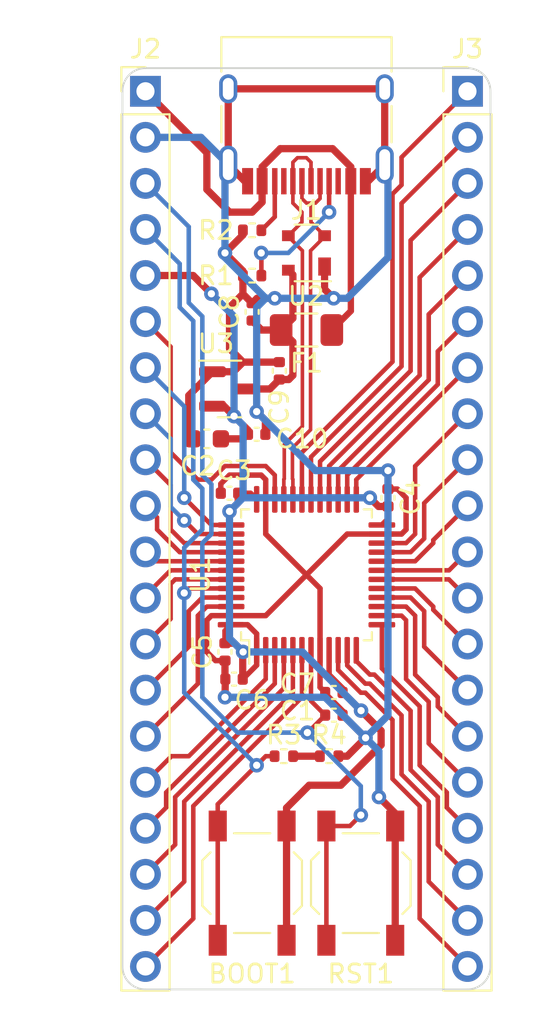
<source format=kicad_pcb>
(kicad_pcb (version 20221018) (generator pcbnew)
  (layers (0 "F.Cu" signal) (31 "B.Cu" signal) (34 "B.Paste" user) (35 "F.Paste" user) (36 "B.SilkS" user "B.Silkscreen") (37 "F.SilkS" user "F.Silkscreen") (38 "B.Mask" user) (39 "F.Mask" user) (44 "Edge.Cuts" user))
  (net 0 "")
  (net 1 "+5V")
  (net 2 "GND")
  (net 3 "+3V3")
  (net 4 "NRST")
  (net 5 "VBUS")
  (net 6 "Net-(J1-CC1)")
  (net 7 "D_P")
  (net 8 "D_N")
  (net 10 "Net-(J1-CC2)")
  (net 12 "BOOT0")
  (net 13 "/C13")
  (net 14 "/C14")
  (net 15 "/C15")
  (net 16 "/F0")
  (net 17 "/F1")
  (net 18 "/B1")
  (net 19 "/B2")
  (net 20 "/B10")
  (net 21 "/B11")
  (net 22 "/B12")
  (net 23 "/B13")
  (net 24 "/B14")
  (net 25 "/B15")
  (net 26 "/A8")
  (net 27 "/A15")
  (net 28 "/B4")
  (net 29 "/B5")
  (net 30 "/B6")
  (net 31 "/B7")
  (net 32 "/A2")
  (net 33 "/A3")
  (net 34 "/A4")
  (net 35 "/A5")
  (net 36 "/A6")
  (net 37 "/A7")
  (net 38 "/B0")
  (net 39 "/B3")
  (net 40 "/B8")
  (net 41 "/B9")
  (net 42 "/A1")
  (net 43 "/A9")
  (net 44 "/A10")
  (net 45 "/A13")
  (net 46 "/A14")
  (net 47 "Net-(R3-Pad2)")
  (net 48 "/A0")
  (net 49 "D+")
  (net 50 "D-")
  (footprint "Capacitor_SMD:C_0402_1005Metric" (layer "F.Cu") (at 140.3925 87.65 90)
    (fp_text reference "C4")
    (fp_text value "100nF")
  )
  (footprint "Package_QFP:LQFP-48_7x7mm_P0.5mm" (layer "F.Cu") (at 135.8925 91.9 90)
    (fp_text reference "U1")
    (fp_text value "STM32F072CBT6")
  )
  (footprint "Capacitor_SMD:C_0402_1005Metric" (layer "F.Cu") (at 131.6425 87.4 180)
    (fp_text reference "C3")
    (fp_text value "100nF")
  )
  (footprint "Button_Switch_SMD:SW_SPST_TL3342" (layer "F.Cu") (at 132.8925 108.9 -90)
    (fp_text reference "BOOT1")
    (fp_text value "SW_SPST")
  )
  (footprint "Package_TO_SOT_SMD:SOT-143" (layer "F.Cu") (at 135.8925 74.15 180)
    (fp_text reference "U2")
    (fp_text value "PRTR5V0U2X")
  )
  (footprint "Capacitor_SMD:C_0402_1005Metric" (layer "F.Cu") (at 131.3925 96.15 -90)
    (fp_text reference "C5")
    (fp_text value "100nF")
  )
  (footprint "Button_Switch_SMD:SW_SPST_TL3342" (layer "F.Cu") (at 138.8925 108.9 90)
    (fp_text reference "RST1")
    (fp_text value "SW_SPST")
  )
  (footprint "Connector_PinHeader_2.54mm:PinHeader_1x20_P2.54mm_Vertical" (layer "F.Cu") (at 127.0025 65.235)
    (fp_text reference "J2")
    (fp_text value "Conn_01x20")
  )
  (footprint "Package_TO_SOT_SMD:SOT-23" (layer "F.Cu") (at 131.6425 81.65)
    (fp_text reference "U3")
    (fp_text value "XC6206PxxxMR-Regulator_Linear")
  )
  (footprint "Capacitor_SMD:C_0402_1005Metric" (layer "F.Cu") (at 131.8925 97.65 180)
    (fp_text reference "C6")
    (fp_text value "100nF")
  )
  (footprint "Resistor_SMD:R_0402_1005Metric" (layer "F.Cu") (at 132.8925 75.4)
    (fp_text reference "R1")
    (fp_text value "5.1k")
  )
  (footprint "Capacitor_SMD:C_0402_1005Metric" (layer "F.Cu") (at 133.1425 84.15)
    (fp_text reference "C10")
    (fp_text value "1uF")
  )
  (footprint "Fuse:Fuse_1206_3216Metric" (layer "F.Cu") (at 135.8925 78.4 180)
    (fp_text reference "F1")
    (fp_text value "500mA")
  )
  (footprint "Capacitor_SMD:C_0402_1005Metric" (layer "F.Cu") (at 134.3925 80.65 90)
    (fp_text reference "C9")
    (fp_text value "1uF")
  )
  (footprint "Connector_PinHeader_2.54mm:PinHeader_1x20_P2.54mm_Vertical" (layer "F.Cu") (at 144.7825 65.235)
    (fp_text reference "J3")
    (fp_text value "Conn_01x20")
  )
  (footprint "Capacitor_SMD:C_0402_1005Metric" (layer "F.Cu") (at 137.405923 99.636577)
    (fp_text reference "C1")
    (fp_text value "100nF")
  )
  (footprint "Resistor_SMD:R_0402_1005Metric" (layer "F.Cu") (at 137.1425 101.9)
    (fp_text reference "R4")
    (fp_text value "5.1k")
  )
  (footprint "Capacitor_SMD:C_0402_1005Metric" (layer "F.Cu") (at 137.405923 98.386577 180)
    (fp_text reference "C7")
    (fp_text value "100nF")
  )
  (footprint "Resistor_SMD:R_0402_1005Metric" (layer "F.Cu") (at 132.8925 72.9 180)
    (fp_text reference "R2")
    (fp_text value "5.1k")
  )
  (footprint "Connector_USB:USB_C_Receptacle_HRO_TYPE-C-31-M-12" (layer "F.Cu") (at 135.8925 66.15 180)
    (fp_text reference "J1")
    (fp_text value "USB_C_Receptacle_USB2.0")
  )
  (footprint "Resistor_SMD:R_0402_1005Metric" (layer "F.Cu") (at 134.6425 101.9)
    (fp_text reference "R3")
    (fp_text value "5.1k")
  )
  (footprint "Capacitor_SMD:C_0603_1608Metric" (layer "F.Cu") (at 130.3925 84.4 180)
    (fp_text reference "C2")
    (fp_text value "10uF")
  )
  (footprint "Capacitor_SMD:C_0402_1005Metric" (layer "F.Cu") (at 132.8925 77.4 90)
    (fp_text reference "C8")
    (fp_text value "100nF")
  )
  (gr_arc (start 125.7325 65.23) (mid 126.104474 64.331974) (end 127.0025 63.96) (stroke (width 0.1)) (layer "Edge.Cuts"))
  (gr_line (start 144.7825 114.76) (end 127.0025 114.76) (stroke (width 0.1)) (layer "Edge.Cuts"))
  (gr_arc (start 127.0025 114.76) (mid 126.104474 114.388026) (end 125.7325 113.49) (stroke (width 0.1)) (layer "Edge.Cuts"))
  (gr_line (start 125.7325 113.49) (end 125.7325 65.23) (stroke (width 0.1)) (layer "Edge.Cuts"))
  (gr_line (start 127.0025 63.96) (end 144.7825 63.96) (stroke (width 0.1)) (layer "Edge.Cuts"))
  (gr_line (start 146.0525 65.23) (end 146.0525 113.49) (stroke (width 0.1)) (layer "Edge.Cuts"))
  (gr_arc (start 144.7825 63.96) (mid 145.680526 64.331974) (end 146.0525 65.23) (stroke (width 0.1)) (layer "Edge.Cuts"))
  (gr_arc (start 146.0525 113.49) (mid 145.680526 114.388026) (end 144.7825 114.76) (stroke (width 0.1)) (layer "Edge.Cuts"))
  (segment (start 135.1425 80.9) (end 135.1425 79.05) (width 0.4) (layer "F.Cu") (net 1))
  (segment (start 135.1425 75.35) (end 134.8925 75.1) (width 0.4) (layer "F.Cu") (net 1))
  (segment (start 133.4125 78.4) (end 132.8925 77.88) (width 0.4) (layer "F.Cu") (net 1))
  (segment (start 132.58 81.65) (end 133.8725 81.65) (width 0.4) (layer "F.Cu") (net 1))
  (segment (start 135.1425 77.75) (end 135.1425 75.35) (width 0.4) (layer "F.Cu") (net 1))
  (segment (start 134.4925 78.4) (end 135.1425 77.75) (width 0.4) (layer "F.Cu") (net 1))
  (segment (start 133.8725 81.65) (end 134.3925 81.13) (width 0.4) (layer "F.Cu") (net 1))
  (segment (start 135.1425 79.05) (end 134.4925 78.4) (width 0.4) (layer "F.Cu") (net 1))
  (segment (start 134.4925 78.4) (end 133.4125 78.4) (width 0.4) (layer "F.Cu") (net 1))
  (segment (start 134.3925 81.13) (end 134.9125 81.13) (width 0.4) (layer "F.Cu") (net 1))
  (segment (start 134.9125 81.13) (end 135.1425 80.9) (width 0.4) (layer "F.Cu") (net 1))
  (segment (start 131.5725 69.28) (end 131.5725 65.1) (width 0.4) (layer "F.Cu") (net 2))
  (segment (start 141.3925 87.65) (end 140.9125 87.17) (width 0.3) (layer "F.Cu") (net 2))
  (segment (start 131.1625 86.88) (end 131.1625 87.4) (width 0.3) (layer "F.Cu") (net 2))
  (segment (start 136.925923 98.504133) (end 136.925923 98.386577) (width 0.4) (layer "F.Cu") (net 2))
  (segment (start 136.6425 96.0625) (end 136.6425 98.103154) (width 0.3) (layer "F.Cu") (net 2))
  (segment (start 129.3925 82.0125) (end 130.705 80.7) (width 0.4) (layer "F.Cu") (net 2))
  (segment (start 131.4125 97.65) (end 131.3925 98.65) (width 0.4) (layer "F.Cu") (net 2))
  (segment (start 130.705 80.7) (end 131.8625 80.7) (width 0.4) (layer "F.Cu") (net 2))
  (segment (start 136.6425 96.0625) (end 136.6425 92.65) (width 0.3) (layer "F.Cu") (net 2))
  (segment (start 140.2125 65.1) (end 140.2125 69.28) (width 0.4) (layer "F.Cu") (net 2))
  (segment (start 136.6425 92.65) (end 135.8925 91.9) (width 0.3) (layer "F.Cu") (net 2))
  (segment (start 133.6425 87.7375) (end 133.6425 89.65) (width 0.3) (layer "F.Cu") (net 2))
  (segment (start 132.3825 75.14) (end 132.3825 75.4) (width 0.4) (layer "F.Cu") (net 2))
  (segment (start 140.055 89.65) (end 138.1425 89.65) (width 0.3) (layer "F.Cu") (net 2))
  (segment (start 131.3925 74.15) (end 132.3825 73.16) (width 0.4) (layer "F.Cu") (net 2))
  (segment (start 133.1425 82.9) (end 133.6225 83.38) (width 0.4) (layer "F.Cu") (net 2))
  (segment (start 131.73 94.15) (end 130.6425 94.15) (width 0.3) (layer "F.Cu") (net 2))
  (segment (start 139.8925 104.15) (end 140.7925 105.05) (width 0.4) (layer "F.Cu") (net 2))
  (segment (start 131.8625 80.7) (end 132.3925 80.17) (width 0.4) (layer "F.Cu") (net 2))
  (segment (start 131.3925 96.63) (end 131.3925 97.63) (width 0.4) (layer "F.Cu") (net 2))
  (segment (start 137.3925 76.65) (end 136.8925 76.15) (width 0.4) (layer "F.Cu") (net 2))
  (segment (start 140.3925 87.17) (end 140.3925 86.15) (width 0.4) (layer "F.Cu") (net 2))
  (segment (start 130.3925 94.4) (end 130.3925 96.15) (width 0.3) (layer "F.Cu") (net 2))
  (segment (start 129.3925 84.175) (end 129.3925 82.0125) (width 0.4) (layer "F.Cu") (net 2))
  (segment (start 135.8925 91.9) (end 133.6425 94.15) (width 0.3) (layer "F.Cu") (net 2))
  (segment (start 130.8725 96.63) (end 131.3925 96.63) (width 0.3) (layer "F.Cu") (net 2))
  (segment (start 136.6425 98.103154) (end 136.925923 98.386577) (width 0.3) (layer "F.Cu") (net 2))
  (segment (start 140.7925 105.05) (end 140.7925 105.75) (width 0.4) (layer "F.Cu") (net 2))
  (segment (start 132.6425 70.195) (end 132.4875 70.195) (width 0.4) (layer "F.Cu") (net 2))
  (segment (start 137.885923 99.636577) (end 137.885923 99.464133) (width 0.4) (layer "F.Cu") (net 2))
  (segment (start 140.7925 105.75) (end 140.7925 112.05) (width 0.4) (layer "F.Cu") (net 2))
  (segment (start 131.5725 65.1) (end 140.2125 65.1) (width 0.4) (layer "F.Cu") (net 2))
  (segment (start 133.6425 89.65) (end 135.8925 91.9) (width 0.3) (layer "F.Cu") (net 2))
  (segment (start 132.4875 70.195) (end 131.5725 69.28) (width 0.4) (layer "F.Cu") (net 2))
  (segment (start 134.1425 76.65) (end 133.1625 76.65) (width 0.4) (layer "F.Cu") (net 2))
  (segment (start 140.9125 87.17) (end 140.3925 87.17) (width 0.3) (layer "F.Cu") (net 2))
  (segment (start 137.905923 99.636577) (end 139.155923 100.886577) (width 0.4) (layer "F.Cu") (net 2))
  (segment (start 136.8925 76.15) (end 136.8925 74.9) (width 0.4) (layer "F.Cu") (net 2))
  (segment (start 138.1425 89.65) (end 135.8925 91.9) (width 0.3) (layer "F.Cu") (net 2))
  (segment (start 137.6525 101.9) (end 138.1425 101.9) (width 0.4) (layer "F.Cu") (net 2))
  (segment (start 141.3925 89.4) (end 141.3925 87.65) (width 0.3) (layer "F.Cu") (net 2))
  (segment (start 132.3825 76.41) (end 131.6425 77.15) (width 0.4) (layer "F.Cu") (net 2))
  (segment (start 131.6425 79.42) (end 132.3925 80.17) (width 0.4) (layer "F.Cu") (net 2))
  (segment (start 133.1625 76.65) (end 132.8925 76.92) (width 0.4) (layer "F.Cu") (net 2))
  (segment (start 132.3825 76.41) (end 132.3825 75.4) (width 0.4) (layer "F.Cu") (net 2))
  (segment (start 132.3825 73.16) (end 132.3825 72.9) (width 0.4) (layer "F.Cu") (net 2))
  (segment (start 140.2125 69.28) (end 139.2975 70.195) (width 0.4) (layer "F.Cu") (net 2))
  (segment (start 130.3925 96.15) (end 130.8725 96.63) (width 0.3) (layer "F.Cu") (net 2))
  (segment (start 139.2975 70.195) (end 139.1425 70.195) (width 0.4) (layer "F.Cu") (net 2))
  (segment (start 134.3925 80.17) (end 132.3925 80.17) (width 0.4) (layer "F.Cu") (net 2))
  (segment (start 130.6425 94.15) (end 130.3925 94.4) (width 0.3) (layer "F.Cu") (net 2))
  (segment (start 133.3925 86.4) (end 131.6425 86.4) (width 0.3) (layer "F.Cu") (net 2))
  (segment (start 140.055 89.65) (end 141.1425 89.65) (width 0.3) (layer "F.Cu") (net 2))
  (segment (start 133.6425 86.65) (end 133.3925 86.4) (width 0.3) (layer "F.Cu") (net 2))
  (segment (start 131.6425 77.15) (end 131.6425 79.42) (width 0.4) (layer "F.Cu") (net 2))
  (segment (start 138.1425 101.9) (end 139.155923 100.886577) (width 0.4) (layer "F.Cu") (net 2))
  (segment (start 131.3925 74.15) (end 132.3825 75.14) (width 0.4) (layer "F.Cu") (net 2))
  (segment (start 141.1425 89.65) (end 141.3925 89.4) (width 0.3) (layer "F.Cu") (net 2))
  (segment (start 133.6425 94.15) (end 131.73 94.15) (width 0.3) (layer "F.Cu") (net 2))
  (segment (start 133.6225 83.38) (end 133.6225 84.15) (width 0.4) (layer "F.Cu") (net 2))
  (segment (start 131.6425 86.4) (end 131.1625 86.88) (width 0.3) (layer "F.Cu") (net 2))
  (segment (start 133.6425 87.7375) (end 133.6425 86.65) (width 0.3) (layer "F.Cu") (net 2))
  (segment (start 137.885923 99.464133) (end 136.925923 98.504133) (width 0.4) (layer "F.Cu") (net 2))
  (segment (start 132.8925 76.92) (end 132.3825 76.41) (width 0.4) (layer "F.Cu") (net 2))
  (via (at 139.155923 100.886577) (size 0.8) (drill 0.4) (layers "F.Cu" "B.Cu") (net 2))
  (via (at 133.1425 82.9) (size 0.8) (drill 0.4) (layers "F.Cu" "B.Cu") (net 2))
  (via (at 134.1425 76.65) (size 0.8) (drill 0.4) (layers "F.Cu" "B.Cu") (net 2))
  (via (at 131.3925 74.15) (size 0.8) (drill 0.4) (layers "F.Cu" "B.Cu") (net 2))
  (via (at 131.3925 98.65) (size 0.8) (drill 0.4) (layers "F.Cu" "B.Cu") (net 2))
  (via (at 140.3925 86.15) (size 0.8) (drill 0.4) (layers "F.Cu" "B.Cu") (net 2))
  (via (at 137.3925 76.65) (size 0.8) (drill 0.4) (layers "F.Cu" "B.Cu") (net 2))
  (via (at 139.8925 104.15) (size 0.8) (drill 0.4) (layers "F.Cu" "B.Cu") (net 2))
  (segment (start 127.0025 67.775) (end 130.0675 67.775) (width 0.4) (layer "B.Cu") (net 2))
  (segment (start 130.0675 67.775) (end 131.5725 69.28) (width 0.4) (layer "B.Cu") (net 2))
  (segment (start 139.155923 100.886577) (end 139.8925 101.623154) (width 0.4) (layer "B.Cu") (net 2))
  (segment (start 133.1425 77.15) (end 133.6425 76.65) (width 0.4) (layer "B.Cu") (net 2))
  (segment (start 139.8925 101.623154) (end 139.8925 104.15) (width 0.4) (layer "B.Cu") (net 2))
  (segment (start 140.3925 86.15) (end 140.3925 99.65) (width 0.4) (layer "B.Cu") (net 2))
  (segment (start 134.1425 76.65) (end 133.6425 76.65) (width 0.4) (layer "B.Cu") (net 2))
  (segment (start 131.3925 74.4) (end 133.6425 76.65) (width 0.4) (layer "B.Cu") (net 2))
  (segment (start 140.3925 86.15) (end 136.3925 86.15) (width 0.4) (layer "B.Cu") (net 2))
  (segment (start 131.3925 74.15) (end 131.3925 74.4) (width 0.4) (layer "B.Cu") (net 2))
  (segment (start 136.919346 98.65) (end 139.155923 100.886577) (width 0.4) (layer "B.Cu") (net 2))
  (segment (start 140.3925 69.46) (end 140.3925 74.4) (width 0.4) (layer "B.Cu") (net 2))
  (segment (start 133.1425 82.9) (end 133.1425 77.15) (width 0.4) (layer "B.Cu") (net 2))
  (segment (start 140.3925 74.4) (end 138.1425 76.65) (width 0.4) (layer "B.Cu") (net 2))
  (segment (start 131.3925 98.65) (end 136.919346 98.65) (width 0.4) (layer "B.Cu") (net 2))
  (segment (start 138.1425 76.65) (end 137.3925 76.65) (width 0.4) (layer "B.Cu") (net 2))
  (segment (start 140.3925 99.65) (end 139.155923 100.886577) (width 0.4) (layer "B.Cu") (net 2))
  (segment (start 131.3925 74.15) (end 131.3925 69.46) (width 0.4) (layer "B.Cu") (net 2))
  (segment (start 137.3925 76.65) (end 134.1425 76.65) (width 0.4) (layer "B.Cu") (net 2))
  (segment (start 136.3925 86.15) (end 133.1425 82.9) (width 0.4) (layer "B.Cu") (net 2))
  (segment (start 133.1425 87.7375) (end 132.805 87.4) (width 0.3) (layer "F.Cu") (net 3))
  (segment (start 132.3725 96.17) (end 132.3725 97.65) (width 0.4) (layer "F.Cu") (net 3))
  (segment (start 137.905923 98.386577) (end 138.905923 99.386577) (width 0.4) (layer "F.Cu") (net 3))
  (segment (start 131.6425 88.4) (end 132.1225 87.92) (width 0.4) (layer "F.Cu") (net 3))
  (segment (start 140.013423 100.494077) (end 138.905923 99.386577) (width 0.4) (layer "F.Cu") (net 3))
  (segment (start 129.6375 75.395) (end 127.0025 75.395) (width 0.4) (layer "F.Cu") (net 3))
  (segment (start 130.705 82.6) (end 131.3425 82.6) (width 0.4) (layer "F.Cu") (net 3))
  (segment (start 132.3725 97.65) (end 133.1425 96.88) (width 0.3) (layer "F.Cu") (net 3))
  (segment (start 131.9125 95.67) (end 131.3925 95.67) (width 0.4) (layer "F.Cu") (net 3))
  (segment (start 140.3925 88.13) (end 139.8725 88.13) (width 0.4) (layer "F.Cu") (net 3))
  (segment (start 133.1425 96.88) (end 133.1425 96.0625) (width 0.3) (layer "F.Cu") (net 3))
  (segment (start 132.1225 87.92) (end 132.1225 87.4) (width 0.4) (layer "F.Cu") (net 3))
  (segment (start 132.805 87.4) (end 132.1225 87.4) (width 0.3) (layer "F.Cu") (net 3))
  (segment (start 134.7925 105.75) (end 134.7925 104.75) (width 0.4) (layer "F.Cu") (net 3))
  (segment (start 134.7925 105.75) (end 134.7925 112.05) (width 0.4) (layer "F.Cu") (net 3))
  (segment (start 132.6625 83.92) (end 132.6625 84.15) (width 0.4) (layer "F.Cu") (net 3))
  (segment (start 131.3425 82.6) (end 132.6625 83.92) (width 0.4) (layer "F.Cu") (net 3))
  (segment (start 131.73 94.65) (end 132.6425 94.65) (width 0.3) (layer "F.Cu") (net 3))
  (segment (start 132.4125 84.4) (end 131.1675 84.4) (width 0.4) (layer "F.Cu") (net 3))
  (segment (start 137.1425 97.4) (end 137.885923 98.143423) (width 0.3) (layer "F.Cu") (net 3))
  (segment (start 132.6425 94.65) (end 133.1425 95.15) (width 0.3) (layer "F.Cu") (net 3))
  (segment (start 134.7925 104.75) (end 136.0425 103.5) (width 0.4) (layer "F.Cu") (net 3))
  (segment (start 132.3925 96.15) (end 131.9125 95.67) (width 0.4) (layer "F.Cu") (net 3))
  (segment (start 137.1425 96.0625) (end 137.1425 97.4) (width 0.3) (layer "F.Cu") (net 3))
  (segment (start 136.0425 103.5) (end 137.7925 103.5) (width 0.4) (layer "F.Cu") (net 3))
  (segment (start 133.1425 95.15) (end 133.1425 96.0625) (width 0.3) (layer "F.Cu") (net 3))
  (segment (start 140.013423 101.279077) (end 140.013423 100.494077) (width 0.4) (layer "F.Cu") (net 3))
  (segment (start 137.885923 98.143423) (end 137.885923 98.386577) (width 0.3) (layer "F.Cu") (net 3))
  (segment (start 131.3425 82.6) (end 131.8925 83.15) (width 0.4) (layer "F.Cu") (net 3))
  (segment (start 132.3925 96.15) (end 132.3725 96.17) (width 0.4) (layer "F.Cu") (net 3))
  (segment (start 130.6425 76.4) (end 129.6375 75.395) (width 0.4) (layer "F.Cu") (net 3))
  (segment (start 137.7925 103.5) (end 140.013423 101.279077) (width 0.4) (layer "F.Cu") (net 3))
  (segment (start 140.3925 88.8125) (end 140.3925 88.13) (width 0.3) (layer "F.Cu") (net 3))
  (segment (start 139.8725 88.13) (end 139.3925 87.65) (width 0.4) (layer "F.Cu") (net 3))
  (segment (start 140.055 89.15) (end 140.3925 88.8125) (width 0.3) (layer "F.Cu") (net 3))
  (segment (start 131.3925 94.9875) (end 131.73 94.65) (width 0.3) (layer "F.Cu") (net 3))
  (segment (start 131.3925 95.67) (end 131.3925 94.9875) (width 0.3) (layer "F.Cu") (net 3))
  (via (at 138.905923 99.386577) (size 0.8) (drill 0.4) (layers "F.Cu" "B.Cu") (net 3))
  (via (at 131.6425 88.4) (size 0.8) (drill 0.4) (layers "F.Cu" "B.Cu") (net 3))
  (via (at 139.3925 87.65) (size 0.8) (drill 0.4) (layers "F.Cu" "B.Cu") (net 3))
  (via (at 132.3925 96.15) (size 0.8) (drill 0.4) (layers "F.Cu" "B.Cu") (net 3))
  (via (at 131.8925 83.15) (size 0.8) (drill 0.4) (layers "F.Cu" "B.Cu") (net 3))
  (via (at 130.6425 76.4) (size 0.8) (drill 0.4) (layers "F.Cu" "B.Cu") (net 3))
  (segment (start 131.6425 88.4) (end 131.6425 95.4) (width 0.4) (layer "B.Cu") (net 3))
  (segment (start 131.6425 88.4) (end 132.3925 87.65) (width 0.4) (layer "B.Cu") (net 3))
  (segment (start 131.6425 95.4) (end 132.3925 96.15) (width 0.4) (layer "B.Cu") (net 3))
  (segment (start 132.3925 87.65) (end 133.1425 87.65) (width 0.4) (layer "B.Cu") (net 3))
  (segment (start 138.905923 99.386577) (end 135.669346 96.15) (width 0.4) (layer "B.Cu") (net 3))
  (segment (start 131.8925 77.65) (end 131.8925 83.15) (width 0.4) (layer "B.Cu") (net 3))
  (segment (start 132.3925 83.65) (end 132.3925 87.65) (width 0.4) (layer "B.Cu") (net 3))
  (segment (start 135.669346 96.15) (end 132.3925 96.15) (width 0.4) (layer "B.Cu") (net 3))
  (segment (start 131.8925 83.15) (end 132.3925 83.65) (width 0.4) (layer "B.Cu") (net 3))
  (segment (start 130.6425 76.4) (end 131.8925 77.65) (width 0.4) (layer "B.Cu") (net 3))
  (segment (start 139.3925 87.65) (end 133.1425 87.65) (width 0.4) (layer "B.Cu") (net 3))
  (segment (start 136.9925 105.75) (end 136.9925 112.05) (width 0.25) (layer "F.Cu") (net 4))
  (segment (start 136.9925 105.75) (end 138.2925 105.75) (width 0.25) (layer "F.Cu") (net 4))
  (segment (start 136.1425 98.853154) (end 136.925923 99.636577) (width 0.25) (layer "F.Cu") (net 4))
  (segment (start 138.2925 105.75) (end 138.8925 105.15) (width 0.25) (layer "F.Cu") (net 4))
  (segment (start 136.1425 96.0625) (end 136.1425 98.853154) (width 0.25) (layer "F.Cu") (net 4))
  (segment (start 136.925923 99.636577) (end 135.9625 100.6) (width 0.25) (layer "F.Cu") (net 4))
  (segment (start 135.9625 100.6) (end 135.9425 100.6) (width 0.25) (layer "F.Cu") (net 4))
  (via (at 138.8925 105.15) (size 0.8) (drill 0.4) (layers "F.Cu" "B.Cu") (net 4))
  (via (at 135.9425 100.6) (size 0.8) (drill 0.4) (layers "F.Cu" "B.Cu") (net 4))
  (segment (start 130.1425 98.65) (end 130.1425 90.15) (width 0.25) (layer "B.Cu") (net 4))
  (segment (start 138.8925 103.55) (end 135.9425 100.6) (width 0.25) (layer "B.Cu") (net 4))
  (segment (start 130.6425 86.9) (end 130.1425 86.4) (width 0.25) (layer "B.Cu") (net 4))
  (segment (start 130.6425 89.65) (end 130.6425 86.9) (width 0.25) (layer "B.Cu") (net 4))
  (segment (start 130.1425 86.4) (end 130.1425 77.65) (width 0.25) (layer "B.Cu") (net 4))
  (segment (start 130.1425 90.15) (end 130.6425 89.65) (width 0.25) (layer "B.Cu") (net 4))
  (segment (start 129.3925 72.705) (end 127.0025 70.315) (width 0.25) (layer "B.Cu") (net 4))
  (segment (start 130.1425 77.65) (end 129.3925 76.9) (width 0.25) (layer "B.Cu") (net 4))
  (segment (start 129.3925 76.9) (end 129.3925 72.705) (width 0.25) (layer "B.Cu") (net 4))
  (segment (start 138.8925 105.15) (end 138.8925 103.55) (width 0.25) (layer "B.Cu") (net 4))
  (segment (start 132.0925 100.6) (end 130.1425 98.65) (width 0.25) (layer "B.Cu") (net 4))
  (segment (start 135.9425 100.6) (end 132.0925 100.6) (width 0.25) (layer "B.Cu") (net 4))
  (segment (start 131.6425 71.9) (end 130.3925 70.65) (width 0.4) (layer "F.Cu") (net 5))
  (segment (start 130.3925 70.65) (end 130.3925 68.625) (width 0.4) (layer "F.Cu") (net 5))
  (segment (start 134.444333 68.4) (end 137.336484 68.4) (width 0.4) (layer "F.Cu") (net 5))
  (segment (start 138.3425 77.35) (end 137.2925 78.4) (width 0.35) (layer "F.Cu") (net 5))
  (segment (start 130.3925 68.625) (end 127.0025 65.235) (width 0.4) (layer "F.Cu") (net 5))
  (segment (start 133.4425 70.195) (end 133.4425 69.406016) (width 0.4) (layer "F.Cu") (net 5))
  (segment (start 134.444333 68.404183) (end 134.444333 68.4) (width 0.4) (layer "F.Cu") (net 5))
  (segment (start 138.3425 70.195) (end 138.3425 77.35) (width 0.35) (layer "F.Cu") (net 5))
  (segment (start 133.4425 71.35) (end 132.8925 71.9) (width 0.4) (layer "F.Cu") (net 5))
  (segment (start 133.4425 69.406016) (end 134.444333 68.404183) (width 0.4) (layer "F.Cu") (net 5))
  (segment (start 138.3425 69.406016) (end 138.3425 70.195) (width 0.4) (layer "F.Cu") (net 5))
  (segment (start 133.4425 70.195) (end 133.4425 71.35) (width 0.4) (layer "F.Cu") (net 5))
  (segment (start 132.8925 71.9) (end 131.6425 71.9) (width 0.4) (layer "F.Cu") (net 5))
  (segment (start 137.336484 68.4) (end 138.3425 69.406016) (width 0.4) (layer "F.Cu") (net 5))
  (segment (start 133.4025 75.4) (end 133.4025 74.16) (width 0.25) (layer "F.Cu") (net 6))
  (segment (start 133.4025 74.16) (end 133.3925 74.15) (width 0.25) (layer "F.Cu") (net 6))
  (segment (start 137.1425 71.9) (end 137.1425 70.195) (width 0.25) (layer "F.Cu") (net 6))
  (via (at 133.3925 74.15) (size 0.8) (drill 0.4) (layers "F.Cu" "B.Cu") (net 6))
  (via (at 137.1425 71.9) (size 0.8) (drill 0.4) (layers "F.Cu" "B.Cu") (net 6))
  (segment (start 133.3925 74.15) (end 134.8925 74.15) (width 0.25) (layer "B.Cu") (net 6))
  (segment (start 134.8925 74.15) (end 137.1425 71.9) (width 0.25) (layer "B.Cu") (net 6))
  (segment (start 135.3925 68.9) (end 135.8925 68.9) (width 0.2) (layer "F.Cu") (net 7))
  (segment (start 135.8925 68.9) (end 136.1425 69.15) (width 0.2) (layer "F.Cu") (net 7))
  (segment (start 134.6675 84.7136) (end 134.6675 86.606249) (width 0.2) (layer "F.Cu") (net 7))
  (segment (start 135.6425 71.9) (end 135.6425 72.45) (width 0.2) (layer "F.Cu") (net 7))
  (segment (start 136.1425 69.15) (end 136.1425 70.195) (width 0.2) (layer "F.Cu") (net 7))
  (segment (start 135.1425 69.15) (end 135.3925 68.9) (width 0.2) (layer "F.Cu") (net 7))
  (segment (start 134.8925 73.25) (end 135.6675 74.025) (width 0.2) (layer "F.Cu") (net 7))
  (segment (start 135.6425 72.45) (end 134.8925 73.2) (width 0.2) (layer "F.Cu") (net 7))
  (segment (start 134.6675 86.606249) (end 134.6425 86.631249) (width 0.2) (layer "F.Cu") (net 7))
  (segment (start 135.6675 83.7136) (end 134.6675 84.7136) (width 0.2) (layer "F.Cu") (net 7))
  (segment (start 135.1425 70.195) (end 135.1425 69.15) (width 0.2) (layer "F.Cu") (net 7))
  (segment (start 135.6675 74.025) (end 135.6675 83.7136) (width 0.2) (layer "F.Cu") (net 7))
  (segment (start 135.1425 71.4) (end 135.6425 71.9) (width 0.2) (layer "F.Cu") (net 7))
  (segment (start 135.1425 70.195) (end 135.1425 71.4) (width 0.2) (layer "F.Cu") (net 7))
  (segment (start 134.6425 86.631249) (end 134.6425 87.7375) (width 0.2) (layer "F.Cu") (net 7))
  (segment (start 136.1425 72.45) (end 136.1425 71.4) (width 0.2) (layer "F.Cu") (net 8))
  (segment (start 136.3925 71.4) (end 136.6425 71.15) (width 0.2) (layer "F.Cu") (net 8))
  (segment (start 135.1175 84.9) (end 135.1175 86.606249) (width 0.2) (layer "F.Cu") (net 8))
  (segment (start 136.8925 73.2) (end 136.1425 72.45) (width 0.2) (layer "F.Cu") (net 8))
  (segment (start 135.1175 86.606249) (end 135.1425 86.631249) (width 0.2) (layer "F.Cu") (net 8))
  (segment (start 136.1175 83.9) (end 135.1175 84.9) (width 0.2) (layer "F.Cu") (net 8))
  (segment (start 136.8925 73.25) (end 136.1175 74.025) (width 0.2) (layer "F.Cu") (net 8))
  (segment (start 136.1175 83.9) (end 136.1175 74.025) (width 0.2) (layer "F.Cu") (net 8))
  (segment (start 136.6425 71.15) (end 136.6425 70.195) (width 0.2) (layer "F.Cu") (net 8))
  (segment (start 135.6425 70.195) (end 135.6425 71.15) (width 0.2) (layer "F.Cu") (net 8))
  (segment (start 135.1425 86.631249) (end 135.1425 87.7375) (width 0.2) (layer "F.Cu") (net 8))
  (segment (start 135.6425 71.15) (end 135.8925 71.4) (width 0.2) (layer "F.Cu") (net 8))
  (segment (start 136.1425 71.4) (end 136.3925 71.4) (width 0.2) (layer "F.Cu") (net 8))
  (segment (start 135.8925 71.4) (end 136.1425 71.4) (width 0.2) (layer "F.Cu") (net 8))
  (segment (start 134.1425 70.195) (end 134.1425 72.16) (width 0.25) (layer "F.Cu") (net 10))
  (segment (start 134.1425 72.16) (end 133.4025 72.9) (width 0.25) (layer "F.Cu") (net 10))
  (segment (start 131.73 92.65) (end 129.3925 92.65) (width 0.25) (layer "F.Cu") (net 12))
  (segment (start 130.9925 104.55) (end 133.1425 102.4) (width 0.25) (layer "F.Cu") (net 12))
  (segment (start 130.9925 105.75) (end 130.9925 112.05) (width 0.25) (layer "F.Cu") (net 12))
  (segment (start 130.9925 105.75) (end 130.9925 104.55) (width 0.25) (layer "F.Cu") (net 12))
  (segment (start 133.1425 102.4) (end 133.6425 101.9) (width 0.25) (layer "F.Cu") (net 12))
  (segment (start 133.6425 101.9) (end 134.1325 101.9) (width 0.25) (layer "F.Cu") (net 12))
  (segment (start 129.3925 92.65) (end 129.1425 92.9) (width 0.25) (layer "F.Cu") (net 12))
  (via (at 129.1425 92.9) (size 0.8) (drill 0.4) (layers "F.Cu" "B.Cu") (net 12))
  (via (at 133.1425 102.4) (size 0.8) (drill 0.4) (layers "F.Cu" "B.Cu") (net 12))
  (segment (start 129.1425 92.9) (end 129.1425 90.4) (width 0.25) (layer "B.Cu") (net 12))
  (segment (start 130.1425 89.4) (end 130.1425 87.15) (width 0.25) (layer "B.Cu") (net 12))
  (segment (start 128.8925 74.745) (end 127.0025 72.855) (width 0.25) (layer "B.Cu") (net 12))
  (segment (start 128.8925 77.15) (end 128.8925 74.745) (width 0.25) (layer "B.Cu") (net 12))
  (segment (start 129.6425 86.65) (end 129.6425 77.9) (width 0.25) (layer "B.Cu") (net 12))
  (segment (start 129.6425 77.9) (end 128.8925 77.15) (width 0.25) (layer "B.Cu") (net 12))
  (segment (start 129.1425 98.4) (end 133.1425 102.4) (width 0.25) (layer "B.Cu") (net 12))
  (segment (start 129.1425 92.9) (end 129.1425 98.4) (width 0.25) (layer "B.Cu") (net 12))
  (segment (start 130.1425 87.15) (end 129.6425 86.65) (width 0.25) (layer "B.Cu") (net 12))
  (segment (start 129.1425 90.4) (end 130.1425 89.4) (width 0.25) (layer "B.Cu") (net 12))
  (segment (start 128.4375 101.9) (end 129.3925 101.9) (width 0.25) (layer "F.Cu") (net 13))
  (segment (start 127.0025 103.335) (end 128.4375 101.9) (width 0.25) (layer "F.Cu") (net 13))
  (segment (start 129.3925 101.9) (end 133.6425 97.65) (width 0.25) (layer "F.Cu") (net 13))
  (segment (start 133.6425 97.65) (end 133.6425 96.0625) (width 0.25) (layer "F.Cu") (net 13))
  (segment (start 127.0025 105.875) (end 128.1425 104.735) (width 0.25) (layer "F.Cu") (net 14))
  (segment (start 128.1425 104.735) (end 128.1425 103.9) (width 0.25) (layer "F.Cu") (net 14))
  (segment (start 128.1425 103.9) (end 134.1425 97.9) (width 0.25) (layer "F.Cu") (net 14))
  (segment (start 134.1425 97.9) (end 134.1425 96.0625) (width 0.25) (layer "F.Cu") (net 14))
  (segment (start 134.6425 96.0625) (end 134.6425 98.15) (width 0.25) (layer "F.Cu") (net 15))
  (segment (start 128.6425 104.15) (end 128.6425 106.775) (width 0.25) (layer "F.Cu") (net 15))
  (segment (start 134.6425 98.15) (end 128.6425 104.15) (width 0.25) (layer "F.Cu") (net 15))
  (segment (start 128.6425 106.775) (end 127.0025 108.415) (width 0.25) (layer "F.Cu") (net 15))
  (segment (start 135.1425 98.4) (end 135.1425 96.0625) (width 0.25) (layer "F.Cu") (net 16))
  (segment (start 127.0025 110.955) (end 129.1425 108.815) (width 0.25) (layer "F.Cu") (net 16))
  (segment (start 129.1425 104.4) (end 135.1425 98.4) (width 0.25) (layer "F.Cu") (net 16))
  (segment (start 129.1425 108.815) (end 129.1425 104.4) (width 0.25) (layer "F.Cu") (net 16))
  (segment (start 135.6425 96.0625) (end 135.6425 98.65) (width 0.25) (layer "F.Cu") (net 17))
  (segment (start 135.6425 98.65) (end 129.6425 104.65) (width 0.25) (layer "F.Cu") (net 17))
  (segment (start 129.6425 104.65) (end 129.6425 110.855) (width 0.25) (layer "F.Cu") (net 17))
  (segment (start 129.6425 110.855) (end 127.0025 113.495) (width 0.25) (layer "F.Cu") (net 17))
  (segment (start 140.055 91.65) (end 143.7675 91.65) (width 0.25) (layer "F.Cu") (net 18))
  (segment (start 143.7675 91.65) (end 144.7825 90.635) (width 0.25) (layer "F.Cu") (net 18))
  (segment (start 140.055 91.15) (end 141.8925 91.15) (width 0.25) (layer "F.Cu") (net 19))
  (segment (start 142.8925 89.985) (end 142.8925 90.15) (width 0.25) (layer "F.Cu") (net 19))
  (segment (start 141.8925 91.15) (end 142.8925 90.15) (width 0.25) (layer "F.Cu") (net 19))
  (segment (start 144.7825 88.095) (end 142.8925 89.985) (width 0.25) (layer "F.Cu") (net 19))
  (segment (start 140.055 90.65) (end 141.6425 90.65) (width 0.25) (layer "F.Cu") (net 20))
  (segment (start 141.6425 90.65) (end 142.3925 89.9) (width 0.25) (layer "F.Cu") (net 20))
  (segment (start 142.3925 87.945) (end 144.7825 85.555) (width 0.25) (layer "F.Cu") (net 20))
  (segment (start 142.3925 89.9) (end 142.3925 87.945) (width 0.25) (layer "F.Cu") (net 20))
  (segment (start 140.055 90.15) (end 141.3925 90.15) (width 0.25) (layer "F.Cu") (net 21))
  (segment (start 141.8925 85.905) (end 144.7825 83.015) (width 0.25) (layer "F.Cu") (net 21))
  (segment (start 141.8925 89.65) (end 141.8925 85.905) (width 0.25) (layer "F.Cu") (net 21))
  (segment (start 141.3925 90.15) (end 141.8925 89.65) (width 0.25) (layer "F.Cu") (net 21))
  (segment (start 138.6425 86.65) (end 144.7825 80.51) (width 0.25) (layer "F.Cu") (net 22))
  (segment (start 138.6425 87.7375) (end 138.6425 86.65) (width 0.25) (layer "F.Cu") (net 22))
  (segment (start 143.1425 81.4) (end 143.1425 79.575) (width 0.25) (layer "F.Cu") (net 23))
  (segment (start 138.1425 87.7375) (end 138.1425 86.4) (width 0.25) (layer "F.Cu") (net 23))
  (segment (start 143.1425 79.575) (end 144.7825 77.935) (width 0.25) (layer "F.Cu") (net 23))
  (segment (start 138.1425 86.4) (end 143.1425 81.4) (width 0.25) (layer "F.Cu") (net 23))
  (segment (start 137.6425 87.7375) (end 137.6425 86.15) (width 0.25) (layer "F.Cu") (net 24))
  (segment (start 142.6425 81.15) (end 142.6425 77.535) (width 0.25) (layer "F.Cu") (net 24))
  (segment (start 137.6425 86.15) (end 142.6425 81.15) (width 0.25) (layer "F.Cu") (net 24))
  (segment (start 142.6425 77.535) (end 144.7825 75.395) (width 0.25) (layer "F.Cu") (net 24))
  (segment (start 142.1425 75.495) (end 144.7825 72.855) (width 0.25) (layer "F.Cu") (net 25))
  (segment (start 142.1425 80.9) (end 142.1425 75.495) (width 0.25) (layer "F.Cu") (net 25))
  (segment (start 137.1425 85.9) (end 142.1425 80.9) (width 0.25) (layer "F.Cu") (net 25))
  (segment (start 137.1425 87.7375) (end 137.1425 85.9) (width 0.25) (layer "F.Cu") (net 25))
  (segment (start 136.6425 87.7375) (end 136.6425 85.65) (width 0.25) (layer "F.Cu") (net 26))
  (segment (start 141.6425 80.65) (end 141.6425 73.455) (width 0.25) (layer "F.Cu") (net 26))
  (segment (start 141.6425 73.455) (end 144.7825 70.315) (width 0.25) (layer "F.Cu") (net 26))
  (segment (start 136.6425 85.65) (end 141.6425 80.65) (width 0.25) (layer "F.Cu") (net 26))
  (segment (start 129.8925 89.65) (end 129.1425 88.9) (width 0.25) (layer "F.Cu") (net 27))
  (segment (start 131.73 89.65) (end 129.8925 89.65) (width 0.25) (layer "F.Cu") (net 27))
  (via (at 129.1425 88.9) (size 0.8) (drill 0.4) (layers "F.Cu" "B.Cu") (net 27))
  (segment (start 128.3925 84.405) (end 127.0025 83.015) (width 0.25) (layer "B.Cu") (net 27))
  (segment (start 128.3925 88.15) (end 128.3925 84.405) (width 0.25) (layer "B.Cu") (net 27))
  (segment (start 129.1425 88.9) (end 128.3925 88.15) (width 0.25) (layer "B.Cu") (net 27))
  (segment (start 127.6425 89.4) (end 128.8925 90.65) (width 0.25) (layer "F.Cu") (net 28))
  (segment (start 127.6425 88.735) (end 127.6425 89.4) (width 0.25) (layer "F.Cu") (net 28))
  (segment (start 128.8925 90.65) (end 131.73 90.65) (width 0.25) (layer "F.Cu") (net 28))
  (segment (start 127.0025 88.095) (end 127.6425 88.735) (width 0.25) (layer "F.Cu") (net 28))
  (segment (start 127.5175 91.15) (end 127.0025 90.635) (width 0.25) (layer "F.Cu") (net 29))
  (segment (start 131.73 91.15) (end 127.5175 91.15) (width 0.25) (layer "F.Cu") (net 29))
  (segment (start 127.0025 93.04) (end 128.3925 91.65) (width 0.25) (layer "F.Cu") (net 30))
  (segment (start 128.3925 91.65) (end 131.73 91.65) (width 0.25) (layer "F.Cu") (net 30))
  (segment (start 128.3925 94.325) (end 128.3925 92.4) (width 0.25) (layer "F.Cu") (net 31))
  (segment (start 128.6425 92.15) (end 131.73 92.15) (width 0.25) (layer "F.Cu") (net 31))
  (segment (start 128.3925 92.4) (end 128.6425 92.15) (width 0.25) (layer "F.Cu") (net 31))
  (segment (start 127.0025 95.715) (end 128.3925 94.325) (width 0.25) (layer "F.Cu") (net 31))
  (segment (start 141.6425 99.4) (end 141.6425 102.65) (width 0.25) (layer "F.Cu") (net 32))
  (segment (start 139.3925 97.4) (end 139.6425 97.4) (width 0.25) (layer "F.Cu") (net 32))
  (segment (start 139.6425 97.4) (end 141.6425 99.4) (width 0.25) (layer "F.Cu") (net 32))
  (segment (start 138.6425 96.65) (end 139.3925 97.4) (width 0.25) (layer "F.Cu") (net 32))
  (segment (start 141.6425 102.65) (end 143.1425 104.15) (width 0.25) (layer "F.Cu") (net 32))
  (segment (start 143.1425 104.15) (end 143.1425 106.775) (width 0.25) (layer "F.Cu") (net 32))
  (segment (start 143.1425 106.775) (end 144.7825 108.415) (width 0.25) (layer "F.Cu") (net 32))
  (segment (start 142.1425 99.15) (end 140.055 97.0625) (width 0.25) (layer "F.Cu") (net 33))
  (segment (start 143.6425 103.9) (end 142.1425 102.4) (width 0.25) (layer "F.Cu") (net 33))
  (segment (start 140.055 97.0625) (end 140.055 94.65) (width 0.25) (layer "F.Cu") (net 33))
  (segment (start 144.7825 105.875) (end 143.6425 104.735) (width 0.25) (layer "F.Cu") (net 33))
  (segment (start 143.6425 104.735) (end 143.6425 103.9) (width 0.25) (layer "F.Cu") (net 33))
  (segment (start 142.1425 102.4) (end 142.1425 99.15) (width 0.25) (layer "F.Cu") (net 33))
  (segment (start 144.7825 103.335) (end 142.6425 101.195) (width 0.25) (layer "F.Cu") (net 34))
  (segment (start 142.6425 98.9) (end 141.3925 97.65) (width 0.25) (layer "F.Cu") (net 34))
  (segment (start 142.6425 101.195) (end 142.6425 98.9) (width 0.25) (layer "F.Cu") (net 34))
  (segment (start 141.3925 94.4) (end 141.1425 94.15) (width 0.25) (layer "F.Cu") (net 34))
  (segment (start 141.3925 97.65) (end 141.3925 94.4) (width 0.25) (layer "F.Cu") (net 34))
  (segment (start 141.1425 94.15) (end 140.055 94.15) (width 0.25) (layer "F.Cu") (net 34))
  (segment (start 143.1425 99.155) (end 143.1425 98.65) (width 0.25) (layer "F.Cu") (net 35))
  (segment (start 144.7825 100.795) (end 143.1425 99.155) (width 0.25) (layer "F.Cu") (net 35))
  (segment (start 141.8925 97.4) (end 143.1425 98.65) (width 0.25) (layer "F.Cu") (net 35))
  (segment (start 140.055 93.65) (end 141.3925 93.65) (width 0.25) (layer "F.Cu") (net 35))
  (segment (start 141.8925 94.15) (end 141.8925 97.4) (width 0.25) (layer "F.Cu") (net 35))
  (segment (start 141.3925 93.65) (end 141.8925 94.15) (width 0.25) (layer "F.Cu") (net 35))
  (segment (start 142.3925 95.865) (end 142.3925 93.9) (width 0.25) (layer "F.Cu") (net 36))
  (segment (start 141.6425 93.15) (end 140.055 93.15) (width 0.25) (layer "F.Cu") (net 36))
  (segment (start 144.7825 98.255) (end 142.3925 95.865) (width 0.25) (layer "F.Cu") (net 36))
  (segment (start 142.3925 93.9) (end 141.6425 93.15) (width 0.25) (layer "F.Cu") (net 36))
  (segment (start 142.8925 93.825) (end 142.8925 93.65) (width 0.25) (layer "F.Cu") (net 37))
  (segment (start 141.8925 92.65) (end 140.055 92.65) (width 0.25) (layer "F.Cu") (net 37))
  (segment (start 144.7825 95.715) (end 142.8925 93.825) (width 0.25) (layer "F.Cu") (net 37))
  (segment (start 142.8925 93.65) (end 141.8925 92.65) (width 0.25) (layer "F.Cu") (net 37))
  (segment (start 143.7575 92.15) (end 144.7825 93.175) (width 0.25) (layer "F.Cu") (net 38))
  (segment (start 140.055 92.15) (end 143.7575 92.15) (width 0.25) (layer "F.Cu") (net 38))
  (segment (start 127.0025 85.555) (end 128.3925 86.945) (width 0.25) (layer "F.Cu") (net 39))
  (segment (start 129.1425 90.15) (end 131.73 90.15) (width 0.25) (layer "F.Cu") (net 39))
  (segment (start 128.3925 86.945) (end 128.3925 89.4) (width 0.25) (layer "F.Cu") (net 39))
  (segment (start 128.3925 89.4) (end 129.1425 90.15) (width 0.25) (layer "F.Cu") (net 39))
  (segment (start 129.3925 95.865) (end 127.0025 98.255) (width 0.25) (layer "F.Cu") (net 40))
  (segment (start 129.3925 93.9) (end 129.3925 95.865) (width 0.25) (layer "F.Cu") (net 40))
  (segment (start 131.73 93.15) (end 130.1425 93.15) (width 0.25) (layer "F.Cu") (net 40))
  (segment (start 130.1425 93.15) (end 129.3925 93.9) (width 0.25) (layer "F.Cu") (net 40))
  (segment (start 127.0025 100.795) (end 129.8925 97.905) (width 0.25) (layer "F.Cu") (net 41))
  (segment (start 129.8925 94.15) (end 130.3925 93.65) (width 0.25) (layer "F.Cu") (net 41))
  (segment (start 129.8925 97.905) (end 129.8925 94.15) (width 0.25) (layer "F.Cu") (net 41))
  (segment (start 131.73 93.65) (end 130.3925 93.65) (width 0.25) (layer "F.Cu") (net 41))
  (segment (start 139.1425 97.9) (end 139.3925 97.9) (width 0.25) (layer "F.Cu") (net 42))
  (segment (start 142.6425 108.815) (end 144.7825 110.955) (width 0.25) (layer "F.Cu") (net 42))
  (segment (start 138.1425 96.0625) (end 138.1425 96.9) (width 0.25) (layer "F.Cu") (net 42))
  (segment (start 141.1425 99.65) (end 141.1425 102.9) (width 0.25) (layer "F.Cu") (net 42))
  (segment (start 138.1425 96.9) (end 139.1425 97.9) (width 0.25) (layer "F.Cu") (net 42))
  (segment (start 141.1425 102.9) (end 142.6425 104.4) (width 0.25) (layer "F.Cu") (net 42))
  (segment (start 142.6425 104.4) (end 142.6425 108.815) (width 0.25) (layer "F.Cu") (net 42))
  (segment (start 139.3925 97.9) (end 141.1425 99.65) (width 0.25) (layer "F.Cu") (net 42))
  (segment (start 141.1425 71.415) (end 144.7825 67.775) (width 0.25) (layer "F.Cu") (net 43))
  (segment (start 136.1425 87.7375) (end 136.1425 85.4) (width 0.25) (layer "F.Cu") (net 43))
  (segment (start 136.1425 85.4) (end 141.1425 80.4) (width 0.25) (layer "F.Cu") (net 43))
  (segment (start 141.1425 80.4) (end 141.1425 71.415) (width 0.25) (layer "F.Cu") (net 43))
  (segment (start 141.1425 68.875) (end 144.7825 65.235) (width 0.25) (layer "F.Cu") (net 44))
  (segment (start 140.6425 80.15) (end 140.6425 70.9) (width 0.25) (layer "F.Cu") (net 44))
  (segment (start 140.6425 70.9) (end 141.1425 70.4) (width 0.25) (layer "F.Cu") (net 44))
  (segment (start 141.1425 70.4) (end 141.1425 68.875) (width 0.25) (layer "F.Cu") (net 44))
  (segment (start 135.6425 87.7375) (end 135.6425 85.15) (width 0.25) (layer "F.Cu") (net 44))
  (segment (start 135.6425 85.15) (end 140.6425 80.15) (width 0.25) (layer "F.Cu") (net 44))
  (segment (start 128.3925 79.325) (end 127.0025 77.935) (width 0.25) (layer "F.Cu") (net 45))
  (segment (start 131.3925 85.9) (end 130.6425 86.65) (width 0.25) (layer "F.Cu") (net 45))
  (segment (start 134.1425 86.4) (end 133.6425 85.9) (width 0.25) (layer "F.Cu") (net 45))
  (segment (start 134.1425 87.7375) (end 134.1425 86.4) (width 0.25) (layer "F.Cu") (net 45))
  (segment (start 130.6425 86.65) (end 129.8925 86.65) (width 0.25) (layer "F.Cu") (net 45))
  (segment (start 133.6425 85.9) (end 131.3925 85.9) (width 0.25) (layer "F.Cu") (net 45))
  (segment (start 129.8925 86.65) (end 128.3925 85.15) (width 0.25) (layer "F.Cu") (net 45))
  (segment (start 128.3925 85.15) (end 128.3925 79.325) (width 0.25) (layer "F.Cu") (net 45))
  (segment (start 130.6425 89.15) (end 131.73 89.15) (width 0.25) (layer "F.Cu") (net 46))
  (segment (start 129.1425 87.65) (end 130.6425 89.15) (width 0.25) (layer "F.Cu") (net 46))
  (via (at 129.1425 87.65) (size 0.8) (drill 0.4) (layers "F.Cu" "B.Cu") (net 46))
  (segment (start 129.1425 82.615) (end 127.0025 80.475) (width 0.25) (layer "B.Cu") (net 46))
  (segment (start 129.1425 87.65) (end 129.1425 82.615) (width 0.25) (layer "B.Cu") (net 46))
  (segment (start 136.6325 101.9) (end 135.1525 101.9) (width 0.4) (layer "F.Cu") (net 47))
  (segment (start 137.6425 97.15) (end 138.8925 98.4) (width 0.25) (layer "F.Cu") (net 48))
  (segment (start 138.8925 98.4) (end 139.1425 98.4) (width 0.25) (layer "F.Cu") (net 48))
  (segment (start 142.1425 110.855) (end 144.7825 113.495) (width 0.25) (layer "F.Cu") (net 48))
  (segment (start 140.6425 99.9) (end 140.6425 103.15) (width 0.25) (layer "F.Cu") (net 48))
  (segment (start 140.6425 103.15) (end 142.1425 104.65) (width 0.25) (layer "F.Cu") (net 48))
  (segment (start 137.6425 96.0625) (end 137.6425 97.15) (width 0.25) (layer "F.Cu") (net 48))
  (segment (start 142.1425 104.65) (end 142.1425 110.855) (width 0.25) (layer "F.Cu") (net 48))
  (segment (start 139.1425 98.4) (end 140.6425 99.9) (width 0.25) (layer "F.Cu") (net 48))
)
</source>
